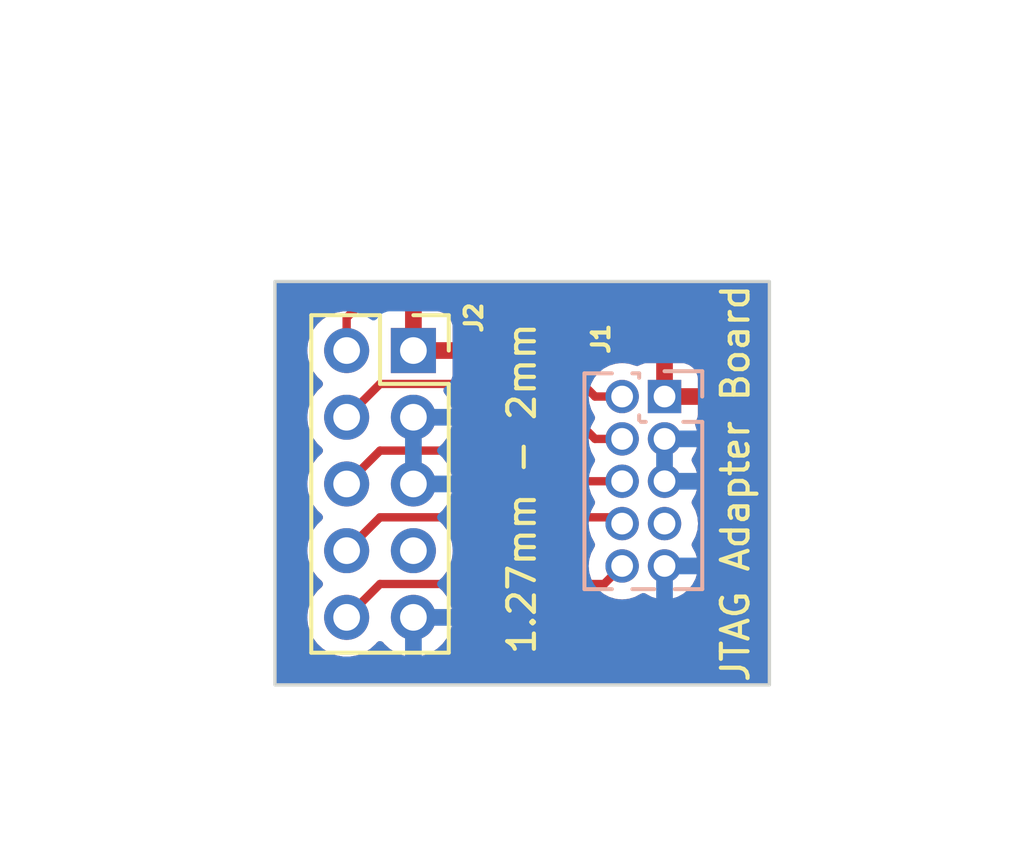
<source format=kicad_pcb>
(kicad_pcb (version 20221018) (generator pcbnew)
  (layers (0 "F.Cu" signal) (31 "B.Cu" signal) (34 "B.Paste" user) (35 "F.Paste" user) (36 "B.SilkS" user "B.Silkscreen") (37 "F.SilkS" user "F.Silkscreen") (38 "B.Mask" user) (39 "F.Mask" user) (44 "Edge.Cuts" user))
  (net 0 "")
  (net 1 "GND")
  (net 2 "+3.3V")
  (net 3 "Net-(J1-SWDIO{slash}TMS)")
  (net 4 "Net-(J1-SWDCLK{slash}TCK)")
  (net 5 "Net-(J1-SWO{slash}TDO)")
  (net 7 "Net-(J1-NC{slash}TDI)")
  (net 8 "Net-(J1-~{RESET})")
  (footprint "Connector_PinSocket_2.00mm:PinSocket_2x05_P2.00mm_Vertical" (layer "F.Cu") (at 73.12 71.47)
    (fp_text reference "J2" (at 1.81 -0.985 90) (layer "F.SilkS") (effects (font (size 0.5 0.5) (thickness 0.125))))
    (fp_text value "Microsemi_FlashPro-JTAG-10")
    (fp_line (start -3.06 -1.06) (end -3.06 9.06) (stroke (width 0.12)) (layer "F.SilkS"))
    (fp_line (start -3.06 -1.06) (end -1 -1.06) (stroke (width 0.12)) (layer "F.SilkS"))
    (fp_line (start -3.06 9.06) (end 1.06 9.06) (stroke (width 0.12)) (layer "F.SilkS"))
    (fp_line (start -1 -1.06) (end -1 1) (stroke (width 0.12)) (layer "F.SilkS"))
    (fp_line (start -1 1) (end 1.06 1) (stroke (width 0.12)) (layer "F.SilkS"))
    (fp_line (start 0 -1.06) (end 1.06 -1.06) (stroke (width 0.12)) (layer "F.SilkS"))
    (fp_line (start 1.06 -1.06) (end 1.06 0) (stroke (width 0.12)) (layer "F.SilkS"))
    (fp_line (start 1.06 1) (end 1.06 9.06) (stroke (width 0.12)) (layer "F.SilkS"))
    (pad "1" thru_hole rect (at 0 0) (size 1.35 1.35) (drill 0.8) (layers "*.Cu" "*.Mask") (net 2 "+3.3V"))
    (pad "2" thru_hole oval (at -2 0) (size 1.35 1.35) (drill 0.8) (layers "*.Cu" "*.Mask") (net 3 "Net-(J1-SWDIO{slash}TMS)"))
    (pad "3" thru_hole oval (at 0 2) (size 1.35 1.35) (drill 0.8) (layers "*.Cu" "*.Mask") (net 1 "GND"))
    (pad "4" thru_hole oval (at -2 2) (size 1.35 1.35) (drill 0.8) (layers "*.Cu" "*.Mask") (net 4 "Net-(J1-SWDCLK{slash}TCK)"))
    (pad "5" thru_hole oval (at 0 4) (size 1.35 1.35) (drill 0.8) (layers "*.Cu" "*.Mask") (net 1 "GND"))
    (pad "6" thru_hole oval (at -2 4) (size 1.35 1.35) (drill 0.8) (layers "*.Cu" "*.Mask") (net 5 "Net-(J1-SWO{slash}TDO)"))
    (pad "7" thru_hole oval (at 0 6) (size 1.35 1.35) (drill 0.8) (layers "*.Cu" "*.Mask"))
    (pad "8" thru_hole oval (at -2 6) (size 1.35 1.35) (drill 0.8) (layers "*.Cu" "*.Mask") (net 7 "Net-(J1-NC{slash}TDI)"))
    (pad "9" thru_hole oval (at 0 8) (size 1.35 1.35) (drill 0.8) (layers "*.Cu" "*.Mask") (net 1 "GND"))
    (pad "10" thru_hole oval (at -2 8) (size 1.35 1.35) (drill 0.8) (layers "*.Cu" "*.Mask") (net 8 "Net-(J1-~{RESET})"))
  )
  (footprint "Connector_PinHeader_1.27mm:PinHeader_2x05_P1.27mm_Vertical" (layer "B.Cu") (at 80.645 72.848804 180)
    (fp_text reference "J1" (at 1.905 1.728804 90) (layer "F.SilkS") (effects (font (size 0.5 0.5) (thickness 0.125))))
    (fp_text value "Microsemi_FlashPro-JTAG-10")
    (fp_line (start -1.13 -5.775) (end -0.30753 -5.775) (stroke (width 0.12)) (layer "B.SilkS"))
    (fp_line (start -1.13 -0.76) (end -1.13 -5.775) (stroke (width 0.12)) (layer "B.SilkS"))
    (fp_line (start -1.13 -0.76) (end -0.563471 -0.76) (stroke (width 0.12)) (layer "B.SilkS"))
    (fp_line (start -1.13 0) (end -1.13 0.76) (stroke (width 0.12)) (layer "B.SilkS"))
    (fp_line (start -1.13 0.76) (end 0 0.76) (stroke (width 0.12)) (layer "B.SilkS"))
    (fp_line (start 0.30753 -5.775) (end 0.96247 -5.775) (stroke (width 0.12)) (layer "B.SilkS"))
    (fp_line (start 0.563471 -0.76) (end 0.706529 -0.76) (stroke (width 0.12)) (layer "B.SilkS"))
    (fp_line (start 0.76 -0.706529) (end 0.76 -0.563471) (stroke (width 0.12)) (layer "B.SilkS"))
    (fp_line (start 0.76 0.563471) (end 0.76 0.695) (stroke (width 0.12)) (layer "B.SilkS"))
    (fp_line (start 0.76 0.695) (end 0.96247 0.695) (stroke (width 0.12)) (layer "B.SilkS"))
    (fp_line (start 1.57753 -5.775) (end 2.4 -5.775) (stroke (width 0.12)) (layer "B.SilkS"))
    (fp_line (start 1.57753 0.695) (end 2.4 0.695) (stroke (width 0.12)) (layer "B.SilkS"))
    (fp_line (start 2.4 0.695) (end 2.4 -5.775) (stroke (width 0.12)) (layer "B.SilkS"))
    (pad "1" thru_hole rect (at 0 0 180) (size 1 1) (drill 0.65) (layers "*.Cu" "*.Mask") (net 2 "+3.3V"))
    (pad "2" thru_hole oval (at 1.27 0 180) (size 1 1) (drill 0.65) (layers "*.Cu" "*.Mask") (net 3 "Net-(J1-SWDIO{slash}TMS)"))
    (pad "3" thru_hole oval (at 0 -1.27 180) (size 1 1) (drill 0.65) (layers "*.Cu" "*.Mask") (net 1 "GND"))
    (pad "4" thru_hole oval (at 1.27 -1.27 180) (size 1 1) (drill 0.65) (layers "*.Cu" "*.Mask") (net 4 "Net-(J1-SWDCLK{slash}TCK)"))
    (pad "5" thru_hole oval (at 0 -2.54 180) (size 1 1) (drill 0.65) (layers "*.Cu" "*.Mask") (net 1 "GND"))
    (pad "6" thru_hole oval (at 1.27 -2.54 180) (size 1 1) (drill 0.65) (layers "*.Cu" "*.Mask") (net 5 "Net-(J1-SWO{slash}TDO)"))
    (pad "7" thru_hole oval (at 0 -3.81 180) (size 1 1) (drill 0.65) (layers "*.Cu" "*.Mask"))
    (pad "8" thru_hole oval (at 1.27 -3.81 180) (size 1 1) (drill 0.65) (layers "*.Cu" "*.Mask") (net 7 "Net-(J1-NC{slash}TDI)"))
    (pad "9" thru_hole oval (at 0 -5.08 180) (size 1 1) (drill 0.65) (layers "*.Cu" "*.Mask") (net 1 "GND"))
    (pad "10" thru_hole oval (at 1.27 -5.08 180) (size 1 1) (drill 0.65) (layers "*.Cu" "*.Mask") (net 8 "Net-(J1-~{RESET})"))
  )
  (gr_rect (start 68.973121 69.399306) (end 83.787224 81.493121) (stroke (width 0.1)) (fill none) (layer "Edge.Cuts"))
  (gr_text "1.27mm - 2mm" (at 76.835 80.645 90) (layer "F.SilkS") (effects (font (size 0.8 0.8) (thickness 0.125) bold) (justify left bottom)))
  (gr_text "JTAG Adapter Board" (at 83.236965 81.480838 90) (layer "F.SilkS") (effects (font (size 0.8 0.8) (thickness 0.125) bold) (justify left bottom)))
  (segment (start 78.563804 72.848804) (end 75.565 69.85) (width 0.25) (layer "F.Cu") (net 3))
  (segment (start 71.12 70.485) (end 71.12 71.47) (width 0.25) (layer "F.Cu") (net 3))
  (segment (start 71.755 69.85) (end 71.12 70.485) (width 0.25) (layer "F.Cu") (net 3))
  (segment (start 79.375 72.848804) (end 78.563804 72.848804) (width 0.25) (layer "F.Cu") (net 3))
  (segment (start 75.565 69.85) (end 71.755 69.85) (width 0.25) (layer "F.Cu") (net 3))
  (segment (start 72.12 72.47) (end 71.12 73.47) (width 0.25) (layer "F.Cu") (net 4))
  (segment (start 78.563804 74.118804) (end 76.915 72.47) (width 0.25) (layer "F.Cu") (net 4))
  (segment (start 76.915 72.47) (end 72.12 72.47) (width 0.25) (layer "F.Cu") (net 4))
  (segment (start 79.375 74.118804) (end 78.563804 74.118804) (width 0.25) (layer "F.Cu") (net 4))
  (segment (start 77.295 74.47) (end 72.12 74.47) (width 0.25) (layer "F.Cu") (net 5))
  (segment (start 72.12 74.47) (end 71.12 75.47) (width 0.25) (layer "F.Cu") (net 5))
  (segment (start 79.375 75.388804) (end 78.213804 75.388804) (width 0.25) (layer "F.Cu") (net 5))
  (segment (start 78.213804 75.388804) (end 77.295 74.47) (width 0.25) (layer "F.Cu") (net 5))
  (segment (start 79.375 76.658804) (end 79.186196 76.47) (width 0.25) (layer "F.Cu") (net 7))
  (segment (start 72.12 76.47) (end 71.12 77.47) (width 0.25) (layer "F.Cu") (net 7))
  (segment (start 79.186196 76.47) (end 72.12 76.47) (width 0.25) (layer "F.Cu") (net 7))
  (segment (start 79.375 77.928804) (end 78.833804 78.47) (width 0.25) (layer "F.Cu") (net 8))
  (segment (start 78.833804 78.47) (end 72.12 78.47) (width 0.25) (layer "F.Cu") (net 8))
  (segment (start 72.12 78.47) (end 71.12 79.47) (width 0.25) (layer "F.Cu") (net 8))
  (zone (net 2) (net_name "+3.3V") (layer "F.Cu") (priority 1) (connect_pads (clearance 0.5)) (min_thickness 0.25) (fill yes (thermal_gap 0.5) (thermal_bridge_width 0.5))
    (polygon (pts (xy 60.96 60.96) (xy 60.96 86.36) (xy 91.44 86.36) (xy 91.44 60.96)))
  )
  (zone (net 1) (net_name "GND") (layer "B.Cu") (connect_pads (clearance 0.5)) (min_thickness 0.25) (fill yes (thermal_gap 0.5) (thermal_bridge_width 0.5))
    (polygon (pts (xy 60.96 60.96) (xy 60.96 86.36) (xy 91.44 86.36) (xy 91.44 60.96)))
  )
)
</source>
